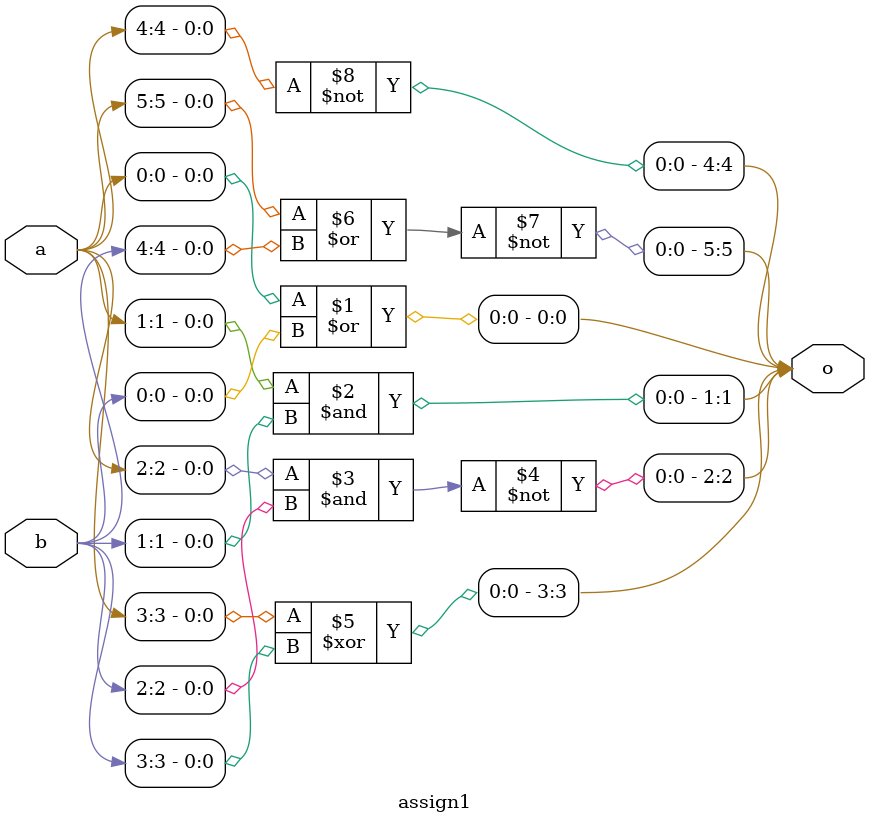
<source format=v>
module assign1(input[5:0]a,input[4:0]b,output[5:0]o);
or g1(o[0],a[0],b[0]);
and g2(o[1],a[1],b[1]);
nand g3(o[2],a[2],b[2]);
xor g4(o[3],a[3],b[3]);
not g5(o[4],a[4]);
nor g6(o[5],a[5],b[4]);

endmodule
</source>
